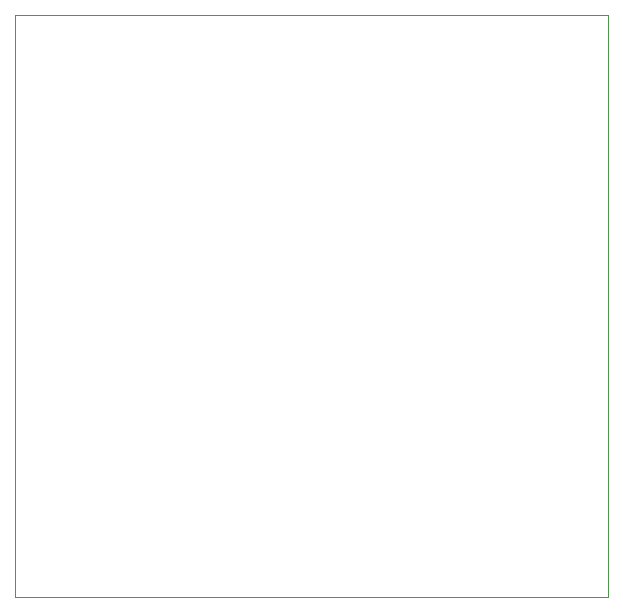
<source format=gbr>
%TF.GenerationSoftware,KiCad,Pcbnew,(5.1.10)-1*%
%TF.CreationDate,2022-09-18T09:09:27-05:00*%
%TF.ProjectId,curve_tracer,63757276-655f-4747-9261-6365722e6b69,A*%
%TF.SameCoordinates,Original*%
%TF.FileFunction,Profile,NP*%
%FSLAX46Y46*%
G04 Gerber Fmt 4.6, Leading zero omitted, Abs format (unit mm)*
G04 Created by KiCad (PCBNEW (5.1.10)-1) date 2022-09-18 09:09:27*
%MOMM*%
%LPD*%
G01*
G04 APERTURE LIST*
%TA.AperFunction,Profile*%
%ADD10C,0.050000*%
%TD*%
G04 APERTURE END LIST*
D10*
X124460000Y-84454500D02*
X174625000Y-84454500D01*
X124460000Y-84454500D02*
X124460000Y-133731000D01*
X174625000Y-133731000D02*
X174625000Y-84454500D01*
X124460000Y-133731000D02*
X174625000Y-133731000D01*
M02*

</source>
